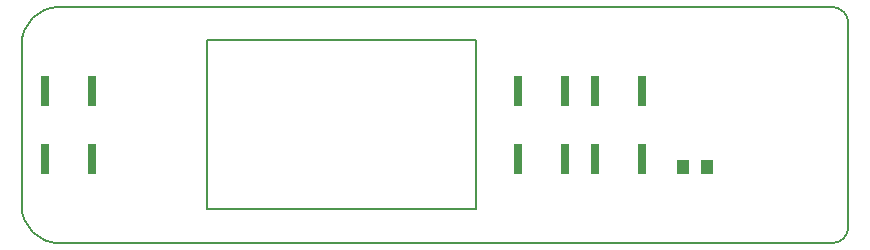
<source format=gbr>
G04 #@! TF.GenerationSoftware,KiCad,Pcbnew,5.1.0-unknown-9bfce26~82~ubuntu18.04.1*
G04 #@! TF.CreationDate,2019-03-12T00:27:46+01:00*
G04 #@! TF.ProjectId,spwm3.3,7370776d-332e-4332-9e6b-696361645f70,rev?*
G04 #@! TF.SameCoordinates,Original*
G04 #@! TF.FileFunction,Paste,Top*
G04 #@! TF.FilePolarity,Positive*
%FSLAX46Y46*%
G04 Gerber Fmt 4.6, Leading zero omitted, Abs format (unit mm)*
G04 Created by KiCad (PCBNEW 5.1.0-unknown-9bfce26~82~ubuntu18.04.1) date 2019-03-12 00:27:46*
%MOMM*%
%LPD*%
G04 APERTURE LIST*
%ADD10C,0.150000*%
%ADD11R,0.796800X2.596800*%
%ADD12R,0.996800X1.296800*%
G04 APERTURE END LIST*
D10*
X183501100Y-113603599D02*
G75*
G02X182101100Y-115003600I-1399828J-173D01*
G01*
X183501100Y-113603600D02*
X183501100Y-111153600D01*
X183501100Y-111153600D02*
X183501100Y-96403600D01*
X182101100Y-95003599D02*
G75*
G02X183501100Y-96403600I172J-1399828D01*
G01*
X182101100Y-95003600D02*
X116676100Y-95003600D01*
X113501100Y-98178599D02*
G75*
G02X116676100Y-95003600I3175218J-219D01*
G01*
X113501100Y-98178600D02*
X113501100Y-111828600D01*
X116676100Y-115003599D02*
G75*
G02X113501100Y-111828600I218J3175218D01*
G01*
X116676100Y-115003600D02*
X182101100Y-115003600D01*
X182101100Y-115003600D02*
X182101100Y-115003600D01*
X151978100Y-112081600D02*
X151978100Y-97821600D01*
X151978100Y-97821600D02*
X129178100Y-97821600D01*
X129178100Y-97821600D02*
X129178100Y-112081600D01*
X129178100Y-112081600D02*
X151978100Y-112081600D01*
D11*
G04 #@! TO.C,S2*
X155488500Y-107903567D03*
X155488500Y-102103567D03*
X159488500Y-107903567D03*
X159488500Y-102103567D03*
G04 #@! TD*
G04 #@! TO.C,S3*
X166043000Y-102103567D03*
X166043000Y-107903567D03*
X162043000Y-102103567D03*
X162043000Y-107903567D03*
G04 #@! TD*
D12*
G04 #@! TO.C,R1*
X171524100Y-108548600D03*
X169524100Y-108548600D03*
G04 #@! TD*
D11*
G04 #@! TO.C,S1*
X115497000Y-107903567D03*
X115497000Y-102103567D03*
X119497000Y-107903567D03*
X119497000Y-102103567D03*
G04 #@! TD*
M02*

</source>
